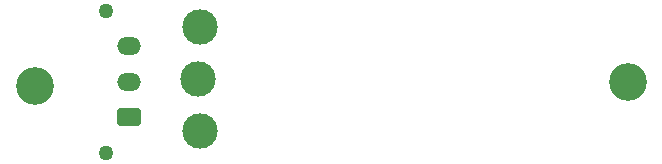
<source format=gbr>
%TF.GenerationSoftware,KiCad,Pcbnew,9.0.0*%
%TF.CreationDate,2025-03-23T00:29:21-05:00*%
%TF.ProjectId,LeakDetectionSensorV1,4c65616b-4465-4746-9563-74696f6e5365,rev?*%
%TF.SameCoordinates,Original*%
%TF.FileFunction,Soldermask,Bot*%
%TF.FilePolarity,Negative*%
%FSLAX46Y46*%
G04 Gerber Fmt 4.6, Leading zero omitted, Abs format (unit mm)*
G04 Created by KiCad (PCBNEW 9.0.0) date 2025-03-23 00:29:21*
%MOMM*%
%LPD*%
G01*
G04 APERTURE LIST*
G04 Aperture macros list*
%AMRoundRect*
0 Rectangle with rounded corners*
0 $1 Rounding radius*
0 $2 $3 $4 $5 $6 $7 $8 $9 X,Y pos of 4 corners*
0 Add a 4 corners polygon primitive as box body*
4,1,4,$2,$3,$4,$5,$6,$7,$8,$9,$2,$3,0*
0 Add four circle primitives for the rounded corners*
1,1,$1+$1,$2,$3*
1,1,$1+$1,$4,$5*
1,1,$1+$1,$6,$7*
1,1,$1+$1,$8,$9*
0 Add four rect primitives between the rounded corners*
20,1,$1+$1,$2,$3,$4,$5,0*
20,1,$1+$1,$4,$5,$6,$7,0*
20,1,$1+$1,$6,$7,$8,$9,0*
20,1,$1+$1,$8,$9,$2,$3,0*%
G04 Aperture macros list end*
%ADD10C,3.000000*%
%ADD11C,1.270000*%
%ADD12RoundRect,0.250001X0.759999X-0.499999X0.759999X0.499999X-0.759999X0.499999X-0.759999X-0.499999X0*%
%ADD13O,2.020000X1.500000*%
%ADD14C,3.200000*%
G04 APERTURE END LIST*
D10*
%TO.C,3V3*%
X138800000Y-95000000D03*
%TD*%
%TO.C,GND*%
X139000000Y-90600000D03*
%TD*%
%TO.C,SENS*%
X139000000Y-99400000D03*
%TD*%
D11*
%TO.C,J1*%
X131025000Y-101200000D03*
X131025000Y-89200000D03*
D12*
X132985000Y-98200000D03*
D13*
X132985000Y-95200000D03*
X132985000Y-92200000D03*
%TD*%
D14*
%TO.C,H2*%
X125000000Y-95600000D03*
%TD*%
%TO.C,H1*%
X175200000Y-95200000D03*
%TD*%
M02*

</source>
